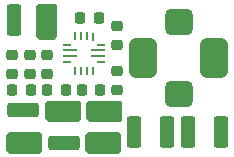
<source format=gbr>
G04 #@! TF.GenerationSoftware,KiCad,Pcbnew,(5.99.0-6495-g15369915cc)*
G04 #@! TF.CreationDate,2020-10-24T17:34:59+02:00*
G04 #@! TF.ProjectId,EVAL-MP8862,4556414c-2d4d-4503-9838-36322e6b6963,1B*
G04 #@! TF.SameCoordinates,Original*
G04 #@! TF.FileFunction,Paste,Top*
G04 #@! TF.FilePolarity,Positive*
%FSLAX46Y46*%
G04 Gerber Fmt 4.6, Leading zero omitted, Abs format (unit mm)*
G04 Created by KiCad (PCBNEW (5.99.0-6495-g15369915cc)) date 2020-10-24 17:34:59*
%MOMM*%
%LPD*%
G01*
G04 APERTURE LIST*
G04 Aperture macros list*
%AMRoundRect*
0 Rectangle with rounded corners*
0 $1 Rounding radius*
0 $2 $3 $4 $5 $6 $7 $8 $9 X,Y pos of 4 corners*
0 Add a 4 corners polygon primitive as box body*
4,1,4,$2,$3,$4,$5,$6,$7,$8,$9,$2,$3,0*
0 Add four circle primitives for the rounded corners*
1,1,$1+$1,$2,$3,0*
1,1,$1+$1,$4,$5,0*
1,1,$1+$1,$6,$7,0*
1,1,$1+$1,$8,$9,0*
0 Add four rect primitives between the rounded corners*
20,1,$1+$1,$2,$3,$4,$5,0*
20,1,$1+$1,$4,$5,$6,$7,0*
20,1,$1+$1,$6,$7,$8,$9,0*
20,1,$1+$1,$8,$9,$2,$3,0*%
G04 Aperture macros list end*
%ADD10C,0.100000*%
%ADD11RoundRect,0.218750X-0.256250X0.218750X-0.256250X-0.218750X0.256250X-0.218750X0.256250X0.218750X0*%
%ADD12RoundRect,0.250000X-1.075000X0.375000X-1.075000X-0.375000X1.075000X-0.375000X1.075000X0.375000X0*%
%ADD13RoundRect,0.218750X0.218750X0.256250X-0.218750X0.256250X-0.218750X-0.256250X0.218750X-0.256250X0*%
%ADD14RoundRect,0.250000X1.075000X-0.375000X1.075000X0.375000X-1.075000X0.375000X-1.075000X-0.375000X0*%
%ADD15RoundRect,0.250000X0.375000X1.075000X-0.375000X1.075000X-0.375000X-1.075000X0.375000X-1.075000X0*%
%ADD16RoundRect,0.250000X-0.375000X-1.075000X0.375000X-1.075000X0.375000X1.075000X-0.375000X1.075000X0*%
%ADD17RoundRect,0.218750X0.256250X-0.218750X0.256250X0.218750X-0.256250X0.218750X-0.256250X-0.218750X0*%
%ADD18R,0.250000X0.800000*%
%ADD19R,0.250000X0.700000*%
%ADD20R,0.700000X0.250000*%
%ADD21R,1.200000X0.250000*%
%ADD22RoundRect,0.600000X0.600000X1.100000X-0.600000X1.100000X-0.600000X-1.100000X0.600000X-1.100000X0*%
%ADD23RoundRect,0.571250X0.623750X-0.571250X0.623750X0.571250X-0.623750X0.571250X-0.623750X-0.571250X0*%
%ADD24RoundRect,0.548400X0.646600X-0.594100X0.646600X0.594100X-0.646600X0.594100X-0.646600X-0.594100X0*%
G04 APERTURE END LIST*
D10*
G36*
X106000000Y-88850000D02*
G01*
X106000000Y-91450000D01*
X105800000Y-91650000D01*
X104500000Y-91650000D01*
X104287271Y-91442451D01*
X104287271Y-88842451D01*
X104450000Y-88700000D01*
X105850000Y-88700000D01*
X106000000Y-88850000D01*
G37*
X106000000Y-88850000D02*
X106000000Y-91450000D01*
X105800000Y-91650000D01*
X104500000Y-91650000D01*
X104287271Y-91442451D01*
X104287271Y-88842451D01*
X104450000Y-88700000D01*
X105850000Y-88700000D01*
X106000000Y-88850000D01*
G36*
X104700000Y-99750000D02*
G01*
X104700000Y-101150000D01*
X104550000Y-101300000D01*
X101950000Y-101300000D01*
X101750000Y-101100000D01*
X101750000Y-99800000D01*
X101957549Y-99587271D01*
X104557549Y-99587271D01*
X104700000Y-99750000D01*
G37*
X104700000Y-99750000D02*
X104700000Y-101150000D01*
X104550000Y-101300000D01*
X101950000Y-101300000D01*
X101750000Y-101100000D01*
X101750000Y-99800000D01*
X101957549Y-99587271D01*
X104557549Y-99587271D01*
X104700000Y-99750000D01*
G36*
X111400000Y-99750000D02*
G01*
X111400000Y-101150000D01*
X111250000Y-101300000D01*
X108650000Y-101300000D01*
X108450000Y-101100000D01*
X108450000Y-99800000D01*
X108657549Y-99587271D01*
X111257549Y-99587271D01*
X111400000Y-99750000D01*
G37*
X111400000Y-99750000D02*
X111400000Y-101150000D01*
X111250000Y-101300000D01*
X108650000Y-101300000D01*
X108450000Y-101100000D01*
X108450000Y-99800000D01*
X108657549Y-99587271D01*
X111257549Y-99587271D01*
X111400000Y-99750000D01*
G36*
X111500000Y-97050000D02*
G01*
X111500000Y-98450000D01*
X111350000Y-98600000D01*
X108750000Y-98600000D01*
X108550000Y-98400000D01*
X108550000Y-97100000D01*
X108757549Y-96887271D01*
X111357549Y-96887271D01*
X111500000Y-97050000D01*
G37*
X111500000Y-97050000D02*
X111500000Y-98450000D01*
X111350000Y-98600000D01*
X108750000Y-98600000D01*
X108550000Y-98400000D01*
X108550000Y-97100000D01*
X108757549Y-96887271D01*
X111357549Y-96887271D01*
X111500000Y-97050000D01*
G36*
X108000000Y-97050000D02*
G01*
X108000000Y-98450000D01*
X107850000Y-98600000D01*
X105250000Y-98600000D01*
X105050000Y-98400000D01*
X105050000Y-97100000D01*
X105257549Y-96887271D01*
X107857549Y-96887271D01*
X108000000Y-97050000D01*
G37*
X108000000Y-97050000D02*
X108000000Y-98450000D01*
X107850000Y-98600000D01*
X105250000Y-98600000D01*
X105050000Y-98400000D01*
X105050000Y-97100000D01*
X105257549Y-96887271D01*
X107857549Y-96887271D01*
X108000000Y-97050000D01*
D11*
X105230000Y-93045000D03*
X105230000Y-94620000D03*
D12*
X103200000Y-97660000D03*
X103200000Y-100460000D03*
D13*
X109725000Y-96030000D03*
X108150000Y-96030000D03*
D14*
X106640000Y-100460000D03*
X106640000Y-97660000D03*
D15*
X115375000Y-99575000D03*
X112575000Y-99575000D03*
D12*
X109950000Y-97650000D03*
X109950000Y-100450000D03*
D16*
X117125000Y-99575000D03*
X119925000Y-99575000D03*
D17*
X102280000Y-94620000D03*
X102280000Y-93045000D03*
X103750000Y-94620000D03*
X103750000Y-93045000D03*
D13*
X103820000Y-96030000D03*
X102245000Y-96030000D03*
D18*
X109090000Y-91500000D03*
D19*
X108590000Y-91450000D03*
X108090000Y-91450000D03*
X107590000Y-91450000D03*
D20*
X106890000Y-92150000D03*
D21*
X107140000Y-92650000D03*
X107140000Y-93150000D03*
D20*
X106890000Y-93650000D03*
D19*
X107590000Y-94350000D03*
X108090000Y-94350000D03*
X108590000Y-94350000D03*
X109090000Y-94350000D03*
D20*
X109790000Y-93650000D03*
D21*
X109540000Y-93150000D03*
X109540000Y-92650000D03*
D20*
X109790000Y-92150000D03*
D13*
X109607500Y-89930000D03*
X108032500Y-89930000D03*
D22*
X119350000Y-93300000D03*
X113350000Y-93300000D03*
D23*
X116350000Y-90247000D03*
D24*
X116350000Y-96353000D03*
D11*
X111100000Y-94425000D03*
X111100000Y-96000000D03*
D15*
X105200000Y-90100000D03*
X102400000Y-90100000D03*
D17*
X111150000Y-92175000D03*
X111150000Y-90600000D03*
D13*
X106797500Y-96030000D03*
X105222500Y-96030000D03*
M02*

</source>
